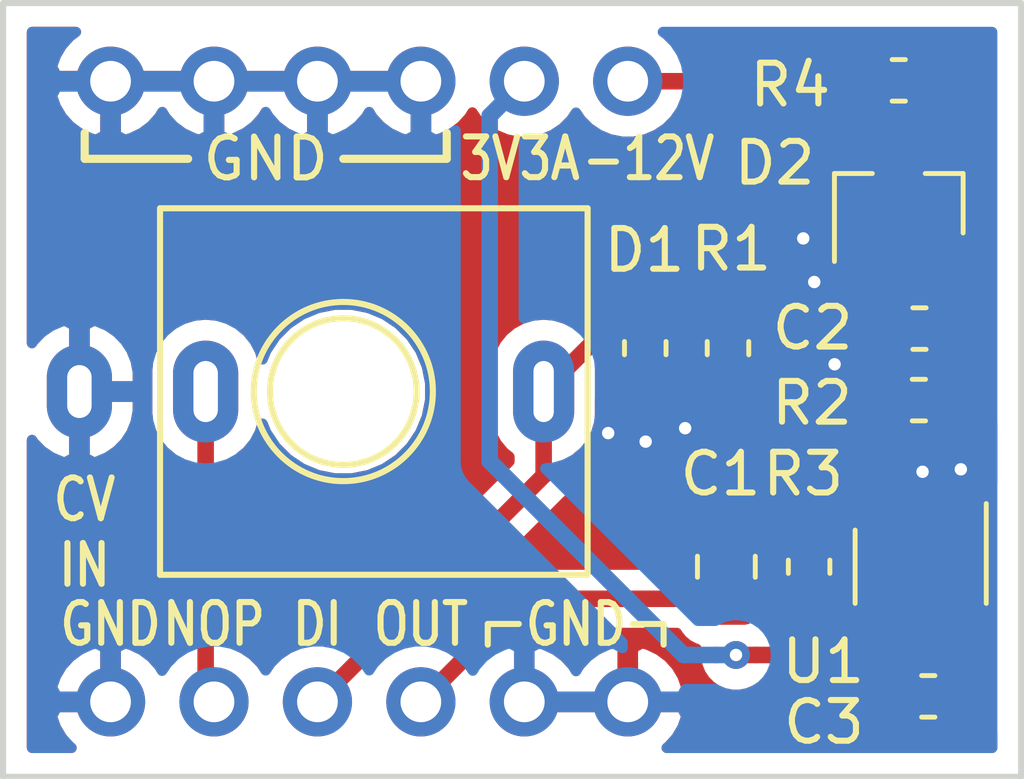
<source format=kicad_pcb>
(kicad_pcb (version 20171130) (host pcbnew "(5.1.9-0-10_14)")

  (general
    (thickness 1.6)
    (drawings 21)
    (tracks 53)
    (zones 0)
    (modules 13)
    (nets 9)
  )

  (page A4)
  (layers
    (0 F.Cu signal)
    (31 B.Cu signal)
    (32 B.Adhes user)
    (33 F.Adhes user)
    (34 B.Paste user)
    (35 F.Paste user)
    (36 B.SilkS user)
    (37 F.SilkS user)
    (38 B.Mask user)
    (39 F.Mask user)
    (40 Dwgs.User user)
    (41 Cmts.User user)
    (42 Eco1.User user)
    (43 Eco2.User user)
    (44 Edge.Cuts user)
    (45 Margin user)
    (46 B.CrtYd user hide)
    (47 F.CrtYd user hide)
    (48 B.Fab user hide)
    (49 F.Fab user hide)
  )

  (setup
    (last_trace_width 0.1524)
    (user_trace_width 0.1524)
    (user_trace_width 0.254)
    (user_trace_width 0.4064)
    (user_trace_width 0.635)
    (trace_clearance 0.1524)
    (zone_clearance 0.508)
    (zone_45_only no)
    (trace_min 0.1524)
    (via_size 0.6858)
    (via_drill 0.3048)
    (via_min_size 0.6858)
    (via_min_drill 0.3048)
    (uvia_size 0.3048)
    (uvia_drill 0.1524)
    (uvias_allowed no)
    (uvia_min_size 0.2)
    (uvia_min_drill 0.1)
    (edge_width 0.15)
    (segment_width 0.15)
    (pcb_text_width 0.3)
    (pcb_text_size 1.5 1.5)
    (mod_edge_width 0.15)
    (mod_text_size 1 1)
    (mod_text_width 0.15)
    (pad_size 1.524 1.524)
    (pad_drill 0.762)
    (pad_to_mask_clearance 0.07)
    (solder_mask_min_width 0.07)
    (aux_axis_origin 0 0)
    (visible_elements FFFFFF7F)
    (pcbplotparams
      (layerselection 0x010fc_ffffffff)
      (usegerberextensions false)
      (usegerberattributes false)
      (usegerberadvancedattributes false)
      (creategerberjobfile false)
      (excludeedgelayer true)
      (linewidth 0.100000)
      (plotframeref false)
      (viasonmask false)
      (mode 1)
      (useauxorigin false)
      (hpglpennumber 1)
      (hpglpenspeed 20)
      (hpglpendiameter 15.000000)
      (psnegative false)
      (psa4output false)
      (plotreference true)
      (plotvalue true)
      (plotinvisibletext false)
      (padsonsilk false)
      (subtractmaskfromsilk false)
      (outputformat 1)
      (mirror false)
      (drillshape 1)
      (scaleselection 1)
      (outputdirectory ""))
  )

  (net 0 "")
  (net 1 GND)
  (net 2 "Net-(C1-Pad2)")
  (net 3 -12V)
  (net 4 VREF-10)
  (net 5 NOP)
  (net 6 +3V3)
  (net 7 OUT)
  (net 8 DI)

  (net_class Default "This is the default net class."
    (clearance 0.1524)
    (trace_width 0.1524)
    (via_dia 0.6858)
    (via_drill 0.3048)
    (uvia_dia 0.3048)
    (uvia_drill 0.1524)
    (diff_pair_width 0.1524)
    (diff_pair_gap 0.1524)
    (add_net +3V3)
    (add_net -12V)
    (add_net DI)
    (add_net GND)
    (add_net NOP)
    (add_net "Net-(C1-Pad2)")
    (add_net OUT)
    (add_net VREF-10)
  )

  (module Connector_PinHeader_2.54mm:PinHeader_1x06_P2.54mm_Vertical (layer B.Cu) (tedit 5FC942ED) (tstamp 5FCA2D88)
    (at 116.34 73.16 90)
    (descr "Through hole straight pin header, 1x06, 2.54mm pitch, single row")
    (tags "Through hole pin header THT 1x06 2.54mm single row")
    (path /5FC933AD)
    (fp_text reference J2 (at 0 2.33 90) (layer B.SilkS) hide
      (effects (font (size 1 1) (thickness 0.15)) (justify mirror))
    )
    (fp_text value OUT (at 0 -15.03 90) (layer B.Fab)
      (effects (font (size 1 1) (thickness 0.15)) (justify mirror))
    )
    (fp_line (start 1.8 1.8) (end -1.8 1.8) (layer B.CrtYd) (width 0.05))
    (fp_line (start 1.8 -14.5) (end 1.8 1.8) (layer B.CrtYd) (width 0.05))
    (fp_line (start -1.8 -14.5) (end 1.8 -14.5) (layer B.CrtYd) (width 0.05))
    (fp_line (start -1.8 1.8) (end -1.8 -14.5) (layer B.CrtYd) (width 0.05))
    (fp_line (start -1.27 0.635) (end -0.635 1.27) (layer B.Fab) (width 0.1))
    (fp_line (start -1.27 -13.97) (end -1.27 0.635) (layer B.Fab) (width 0.1))
    (fp_line (start 1.27 -13.97) (end -1.27 -13.97) (layer B.Fab) (width 0.1))
    (fp_line (start 1.27 1.27) (end 1.27 -13.97) (layer B.Fab) (width 0.1))
    (fp_line (start -0.635 1.27) (end 1.27 1.27) (layer B.Fab) (width 0.1))
    (fp_text user %R (at 0 -6.35) (layer B.Fab)
      (effects (font (size 1 1) (thickness 0.15)) (justify mirror))
    )
    (pad 1 thru_hole oval (at 0 0 90) (size 1.7 1.7) (drill 1) (layers *.Cu *.Mask)
      (net 1 GND))
    (pad 2 thru_hole oval (at 0 -2.54 90) (size 1.7 1.7) (drill 1) (layers *.Cu *.Mask)
      (net 1 GND))
    (pad 3 thru_hole oval (at 0 -5.08 90) (size 1.7 1.7) (drill 1) (layers *.Cu *.Mask)
      (net 7 OUT))
    (pad 4 thru_hole oval (at 0 -7.62 90) (size 1.7 1.7) (drill 1) (layers *.Cu *.Mask)
      (net 8 DI))
    (pad 5 thru_hole oval (at 0 -10.16 90) (size 1.7 1.7) (drill 1) (layers *.Cu *.Mask)
      (net 5 NOP))
    (pad 6 thru_hole oval (at 0 -12.7 90) (size 1.7 1.7) (drill 1) (layers *.Cu *.Mask)
      (net 1 GND))
    (model ${KISYS3DMOD}/Connector_PinHeader_2.54mm.3dshapes/PinHeader_1x06_P2.54mm_Vertical.wrl
      (at (xyz 0 0 0))
      (scale (xyz 1 1 1))
      (rotate (xyz 0 0 0))
    )
  )

  (module Connector_PinHeader_2.54mm:PinHeader_1x06_P2.54mm_Vertical (layer B.Cu) (tedit 5FC942C9) (tstamp 5FCA2C6E)
    (at 103.64 57.92 270)
    (descr "Through hole straight pin header, 1x06, 2.54mm pitch, single row")
    (tags "Through hole pin header THT 1x06 2.54mm single row")
    (path /5FCA991E)
    (fp_text reference J3 (at 0 2.33 270) (layer B.SilkS) hide
      (effects (font (size 1 1) (thickness 0.15)) (justify mirror))
    )
    (fp_text value POWER (at 0 -15.03 270) (layer B.Fab)
      (effects (font (size 1 1) (thickness 0.15)) (justify mirror))
    )
    (fp_line (start -0.635 1.27) (end 1.27 1.27) (layer B.Fab) (width 0.1))
    (fp_line (start 1.27 1.27) (end 1.27 -13.97) (layer B.Fab) (width 0.1))
    (fp_line (start 1.27 -13.97) (end -1.27 -13.97) (layer B.Fab) (width 0.1))
    (fp_line (start -1.27 -13.97) (end -1.27 0.635) (layer B.Fab) (width 0.1))
    (fp_line (start -1.27 0.635) (end -0.635 1.27) (layer B.Fab) (width 0.1))
    (fp_line (start -1.8 1.8) (end -1.8 -14.5) (layer B.CrtYd) (width 0.05))
    (fp_line (start -1.8 -14.5) (end 1.8 -14.5) (layer B.CrtYd) (width 0.05))
    (fp_line (start 1.8 -14.5) (end 1.8 1.8) (layer B.CrtYd) (width 0.05))
    (fp_line (start 1.8 1.8) (end -1.8 1.8) (layer B.CrtYd) (width 0.05))
    (fp_text user %R (at 0 -6.35 180) (layer B.Fab)
      (effects (font (size 1 1) (thickness 0.15)) (justify mirror))
    )
    (pad 6 thru_hole oval (at 0 -12.7 270) (size 1.7 1.7) (drill 1) (layers *.Cu *.Mask)
      (net 3 -12V))
    (pad 5 thru_hole oval (at 0 -10.16 270) (size 1.7 1.7) (drill 1) (layers *.Cu *.Mask)
      (net 6 +3V3))
    (pad 4 thru_hole oval (at 0 -7.62 270) (size 1.7 1.7) (drill 1) (layers *.Cu *.Mask)
      (net 1 GND))
    (pad 3 thru_hole oval (at 0 -5.08 270) (size 1.7 1.7) (drill 1) (layers *.Cu *.Mask)
      (net 1 GND))
    (pad 2 thru_hole oval (at 0 -2.54 270) (size 1.7 1.7) (drill 1) (layers *.Cu *.Mask)
      (net 1 GND))
    (pad 1 thru_hole oval (at 0 0 270) (size 1.7 1.7) (drill 1) (layers *.Cu *.Mask)
      (net 1 GND))
    (model ${KISYS3DMOD}/Connector_PinHeader_2.54mm.3dshapes/PinHeader_1x06_P2.54mm_Vertical.wrl
      (at (xyz 0 0 0))
      (scale (xyz 1 1 1))
      (rotate (xyz 0 0 0))
    )
  )

  (module Connector_Thonk:ThonkiconnJack (layer F.Cu) (tedit 5FC94102) (tstamp 5FCA18D8)
    (at 109.355 65.54 270)
    (path /5FC82E98)
    (fp_text reference J1 (at 0 -7.5 270) (layer F.SilkS) hide
      (effects (font (size 1 1) (thickness 0.15)))
    )
    (fp_text value IN (at 0 9.3 270) (layer F.Fab)
      (effects (font (size 1 1) (thickness 0.15)))
    )
    (fp_circle (center 0 0) (end 1.8 0) (layer F.SilkS) (width 0.15))
    (fp_line (start -4.5 -6) (end 4.5 -6) (layer F.SilkS) (width 0.15))
    (fp_line (start -4.5 -6) (end -4.5 4.5) (layer F.SilkS) (width 0.15))
    (fp_line (start 4.5 -6) (end 4.5 4.5) (layer F.SilkS) (width 0.15))
    (fp_line (start -4.5 4.5) (end 4.5 4.5) (layer F.SilkS) (width 0.15))
    (fp_circle (center 0 0) (end 2.2 0) (layer F.SilkS) (width 0.15))
    (pad S thru_hole oval (at 0 6.48 270) (size 2.3 1.6) (drill oval 1.3 0.6) (layers *.Cu *.Mask)
      (net 1 GND))
    (pad TN thru_hole oval (at 0 3.38 270) (size 2.5 1.6) (drill oval 1.5 0.6) (layers *.Cu *.Mask)
      (net 5 NOP))
    (pad T thru_hole oval (at 0 -4.92 270) (size 2.5 1.5) (drill oval 1.5 0.5) (layers *.Cu *.Mask)
      (net 8 DI))
    (pad "" np_thru_hole circle (at 0 0 270) (size 3 3) (drill 3) (layers *.Cu *.Mask))
  )

  (module Resistor_SMD:R_0603_1608Metric (layer F.Cu) (tedit 5B301BBD) (tstamp 5FCA24C7)
    (at 118.802 64.474 90)
    (descr "Resistor SMD 0603 (1608 Metric), square (rectangular) end terminal, IPC_7351 nominal, (Body size source: http://www.tortai-tech.com/upload/download/2011102023233369053.pdf), generated with kicad-footprint-generator")
    (tags resistor)
    (path /5FC92D66)
    (attr smd)
    (fp_text reference R1 (at 2.434 0.078 180) (layer F.SilkS)
      (effects (font (size 1 1) (thickness 0.15)))
    )
    (fp_text value 100k (at 0 1.43 90) (layer F.Fab)
      (effects (font (size 1 1) (thickness 0.15)))
    )
    (fp_line (start 1.48 0.73) (end -1.48 0.73) (layer F.CrtYd) (width 0.05))
    (fp_line (start 1.48 -0.73) (end 1.48 0.73) (layer F.CrtYd) (width 0.05))
    (fp_line (start -1.48 -0.73) (end 1.48 -0.73) (layer F.CrtYd) (width 0.05))
    (fp_line (start -1.48 0.73) (end -1.48 -0.73) (layer F.CrtYd) (width 0.05))
    (fp_line (start -0.162779 0.51) (end 0.162779 0.51) (layer F.SilkS) (width 0.12))
    (fp_line (start -0.162779 -0.51) (end 0.162779 -0.51) (layer F.SilkS) (width 0.12))
    (fp_line (start 0.8 0.4) (end -0.8 0.4) (layer F.Fab) (width 0.1))
    (fp_line (start 0.8 -0.4) (end 0.8 0.4) (layer F.Fab) (width 0.1))
    (fp_line (start -0.8 -0.4) (end 0.8 -0.4) (layer F.Fab) (width 0.1))
    (fp_line (start -0.8 0.4) (end -0.8 -0.4) (layer F.Fab) (width 0.1))
    (fp_text user %R (at 0 0 90) (layer F.Fab)
      (effects (font (size 0.4 0.4) (thickness 0.06)))
    )
    (pad 1 smd roundrect (at -0.7875 0 90) (size 0.875 0.95) (layers F.Cu F.Paste F.Mask) (roundrect_rratio 0.25)
      (net 2 "Net-(C1-Pad2)"))
    (pad 2 smd roundrect (at 0.7875 0 90) (size 0.875 0.95) (layers F.Cu F.Paste F.Mask) (roundrect_rratio 0.25)
      (net 8 DI))
    (model ${KISYS3DMOD}/Resistor_SMD.3dshapes/R_0603_1608Metric.wrl
      (at (xyz 0 0 0))
      (scale (xyz 1 1 1))
      (rotate (xyz 0 0 0))
    )
  )

  (module Resistor_SMD:R_0603_1608Metric (layer F.Cu) (tedit 5B301BBD) (tstamp 5FCB06A8)
    (at 123.49 65.75)
    (descr "Resistor SMD 0603 (1608 Metric), square (rectangular) end terminal, IPC_7351 nominal, (Body size source: http://www.tortai-tech.com/upload/download/2011102023233369053.pdf), generated with kicad-footprint-generator")
    (tags resistor)
    (path /5FCABCF0)
    (attr smd)
    (fp_text reference R2 (at -2.624 0.074) (layer F.SilkS)
      (effects (font (size 1 1) (thickness 0.15)))
    )
    (fp_text value 120k (at 0 1.43) (layer F.Fab)
      (effects (font (size 1 1) (thickness 0.15)))
    )
    (fp_line (start -0.8 0.4) (end -0.8 -0.4) (layer F.Fab) (width 0.1))
    (fp_line (start -0.8 -0.4) (end 0.8 -0.4) (layer F.Fab) (width 0.1))
    (fp_line (start 0.8 -0.4) (end 0.8 0.4) (layer F.Fab) (width 0.1))
    (fp_line (start 0.8 0.4) (end -0.8 0.4) (layer F.Fab) (width 0.1))
    (fp_line (start -0.162779 -0.51) (end 0.162779 -0.51) (layer F.SilkS) (width 0.12))
    (fp_line (start -0.162779 0.51) (end 0.162779 0.51) (layer F.SilkS) (width 0.12))
    (fp_line (start -1.48 0.73) (end -1.48 -0.73) (layer F.CrtYd) (width 0.05))
    (fp_line (start -1.48 -0.73) (end 1.48 -0.73) (layer F.CrtYd) (width 0.05))
    (fp_line (start 1.48 -0.73) (end 1.48 0.73) (layer F.CrtYd) (width 0.05))
    (fp_line (start 1.48 0.73) (end -1.48 0.73) (layer F.CrtYd) (width 0.05))
    (fp_text user %R (at 0 0) (layer F.Fab)
      (effects (font (size 0.4 0.4) (thickness 0.06)))
    )
    (pad 2 smd roundrect (at 0.7875 0) (size 0.875 0.95) (layers F.Cu F.Paste F.Mask) (roundrect_rratio 0.25)
      (net 4 VREF-10))
    (pad 1 smd roundrect (at -0.7875 0) (size 0.875 0.95) (layers F.Cu F.Paste F.Mask) (roundrect_rratio 0.25)
      (net 2 "Net-(C1-Pad2)"))
    (model ${KISYS3DMOD}/Resistor_SMD.3dshapes/R_0603_1608Metric.wrl
      (at (xyz 0 0 0))
      (scale (xyz 1 1 1))
      (rotate (xyz 0 0 0))
    )
  )

  (module Resistor_SMD:R_0603_1608Metric (layer F.Cu) (tedit 5B301BBD) (tstamp 5FCB0DBA)
    (at 120.794 69.842 90)
    (descr "Resistor SMD 0603 (1608 Metric), square (rectangular) end terminal, IPC_7351 nominal, (Body size source: http://www.tortai-tech.com/upload/download/2011102023233369053.pdf), generated with kicad-footprint-generator")
    (tags resistor)
    (path /5FCA6E46)
    (attr smd)
    (fp_text reference R3 (at 2.278 -0.144 180) (layer F.SilkS)
      (effects (font (size 1 1) (thickness 0.15)))
    )
    (fp_text value 20k (at 0 1.43 90) (layer F.Fab)
      (effects (font (size 1 1) (thickness 0.15)))
    )
    (fp_line (start 1.48 0.73) (end -1.48 0.73) (layer F.CrtYd) (width 0.05))
    (fp_line (start 1.48 -0.73) (end 1.48 0.73) (layer F.CrtYd) (width 0.05))
    (fp_line (start -1.48 -0.73) (end 1.48 -0.73) (layer F.CrtYd) (width 0.05))
    (fp_line (start -1.48 0.73) (end -1.48 -0.73) (layer F.CrtYd) (width 0.05))
    (fp_line (start -0.162779 0.51) (end 0.162779 0.51) (layer F.SilkS) (width 0.12))
    (fp_line (start -0.162779 -0.51) (end 0.162779 -0.51) (layer F.SilkS) (width 0.12))
    (fp_line (start 0.8 0.4) (end -0.8 0.4) (layer F.Fab) (width 0.1))
    (fp_line (start 0.8 -0.4) (end 0.8 0.4) (layer F.Fab) (width 0.1))
    (fp_line (start -0.8 -0.4) (end 0.8 -0.4) (layer F.Fab) (width 0.1))
    (fp_line (start -0.8 0.4) (end -0.8 -0.4) (layer F.Fab) (width 0.1))
    (fp_text user %R (at 0 0 90) (layer F.Fab)
      (effects (font (size 0.4 0.4) (thickness 0.06)))
    )
    (pad 1 smd roundrect (at -0.7875 0 90) (size 0.875 0.95) (layers F.Cu F.Paste F.Mask) (roundrect_rratio 0.25)
      (net 7 OUT))
    (pad 2 smd roundrect (at 0.7875 0 90) (size 0.875 0.95) (layers F.Cu F.Paste F.Mask) (roundrect_rratio 0.25)
      (net 2 "Net-(C1-Pad2)"))
    (model ${KISYS3DMOD}/Resistor_SMD.3dshapes/R_0603_1608Metric.wrl
      (at (xyz 0 0 0))
      (scale (xyz 1 1 1))
      (rotate (xyz 0 0 0))
    )
  )

  (module Resistor_SMD:R_0603_1608Metric (layer F.Cu) (tedit 5B301BBD) (tstamp 5FCA263B)
    (at 122.996 57.898 180)
    (descr "Resistor SMD 0603 (1608 Metric), square (rectangular) end terminal, IPC_7351 nominal, (Body size source: http://www.tortai-tech.com/upload/download/2011102023233369053.pdf), generated with kicad-footprint-generator")
    (tags resistor)
    (path /5FCAD1D2)
    (attr smd)
    (fp_text reference R4 (at 2.666 -0.112 180) (layer F.SilkS)
      (effects (font (size 1 1) (thickness 0.15)))
    )
    (fp_text value 4.99k (at 0 1.43 180) (layer F.Fab)
      (effects (font (size 1 1) (thickness 0.15)))
    )
    (fp_line (start -0.8 0.4) (end -0.8 -0.4) (layer F.Fab) (width 0.1))
    (fp_line (start -0.8 -0.4) (end 0.8 -0.4) (layer F.Fab) (width 0.1))
    (fp_line (start 0.8 -0.4) (end 0.8 0.4) (layer F.Fab) (width 0.1))
    (fp_line (start 0.8 0.4) (end -0.8 0.4) (layer F.Fab) (width 0.1))
    (fp_line (start -0.162779 -0.51) (end 0.162779 -0.51) (layer F.SilkS) (width 0.12))
    (fp_line (start -0.162779 0.51) (end 0.162779 0.51) (layer F.SilkS) (width 0.12))
    (fp_line (start -1.48 0.73) (end -1.48 -0.73) (layer F.CrtYd) (width 0.05))
    (fp_line (start -1.48 -0.73) (end 1.48 -0.73) (layer F.CrtYd) (width 0.05))
    (fp_line (start 1.48 -0.73) (end 1.48 0.73) (layer F.CrtYd) (width 0.05))
    (fp_line (start 1.48 0.73) (end -1.48 0.73) (layer F.CrtYd) (width 0.05))
    (fp_text user %R (at 0 0 180) (layer F.Fab)
      (effects (font (size 0.4 0.4) (thickness 0.06)))
    )
    (pad 2 smd roundrect (at 0.7875 0 180) (size 0.875 0.95) (layers F.Cu F.Paste F.Mask) (roundrect_rratio 0.25)
      (net 3 -12V))
    (pad 1 smd roundrect (at -0.7875 0 180) (size 0.875 0.95) (layers F.Cu F.Paste F.Mask) (roundrect_rratio 0.25)
      (net 4 VREF-10))
    (model ${KISYS3DMOD}/Resistor_SMD.3dshapes/R_0603_1608Metric.wrl
      (at (xyz 0 0 0))
      (scale (xyz 1 1 1))
      (rotate (xyz 0 0 0))
    )
  )

  (module Resistor_SMD:R_0603_1608Metric (layer F.Cu) (tedit 5B301BBD) (tstamp 5FCB054F)
    (at 116.77 64.474 270)
    (descr "Resistor SMD 0603 (1608 Metric), square (rectangular) end terminal, IPC_7351 nominal, (Body size source: http://www.tortai-tech.com/upload/download/2011102023233369053.pdf), generated with kicad-footprint-generator")
    (tags resistor)
    (path /5FCAD855)
    (attr smd)
    (fp_text reference D1 (at -2.404 0.02) (layer F.SilkS)
      (effects (font (size 1 1) (thickness 0.15)))
    )
    (fp_text value D_TVS (at 0 1.43 270) (layer F.Fab)
      (effects (font (size 1 1) (thickness 0.15)))
    )
    (fp_line (start 1.48 0.73) (end -1.48 0.73) (layer F.CrtYd) (width 0.05))
    (fp_line (start 1.48 -0.73) (end 1.48 0.73) (layer F.CrtYd) (width 0.05))
    (fp_line (start -1.48 -0.73) (end 1.48 -0.73) (layer F.CrtYd) (width 0.05))
    (fp_line (start -1.48 0.73) (end -1.48 -0.73) (layer F.CrtYd) (width 0.05))
    (fp_line (start -0.162779 0.51) (end 0.162779 0.51) (layer F.SilkS) (width 0.12))
    (fp_line (start -0.162779 -0.51) (end 0.162779 -0.51) (layer F.SilkS) (width 0.12))
    (fp_line (start 0.8 0.4) (end -0.8 0.4) (layer F.Fab) (width 0.1))
    (fp_line (start 0.8 -0.4) (end 0.8 0.4) (layer F.Fab) (width 0.1))
    (fp_line (start -0.8 -0.4) (end 0.8 -0.4) (layer F.Fab) (width 0.1))
    (fp_line (start -0.8 0.4) (end -0.8 -0.4) (layer F.Fab) (width 0.1))
    (fp_text user %R (at 0 0 270) (layer F.Fab)
      (effects (font (size 0.4 0.4) (thickness 0.06)))
    )
    (pad 1 smd roundrect (at -0.7875 0 270) (size 0.875 0.95) (layers F.Cu F.Paste F.Mask) (roundrect_rratio 0.25)
      (net 8 DI))
    (pad 2 smd roundrect (at 0.7875 0 270) (size 0.875 0.95) (layers F.Cu F.Paste F.Mask) (roundrect_rratio 0.25)
      (net 1 GND))
    (model ${KISYS3DMOD}/Resistor_SMD.3dshapes/R_0603_1608Metric.wrl
      (at (xyz 0 0 0))
      (scale (xyz 1 1 1))
      (rotate (xyz 0 0 0))
    )
  )

  (module Package_TO_SOT_SMD:SOT-23 (layer F.Cu) (tedit 5A02FF57) (tstamp 5FCB0564)
    (at 122.996 60.946 90)
    (descr "SOT-23, Standard")
    (tags SOT-23)
    (path /5FCAD41B)
    (attr smd)
    (fp_text reference D2 (at 1.016 -3.048 180) (layer F.SilkS)
      (effects (font (size 1 1) (thickness 0.15)))
    )
    (fp_text value LM4040DBZ-10 (at 0 2.5 90) (layer F.Fab)
      (effects (font (size 1 1) (thickness 0.15)))
    )
    (fp_line (start 0.76 1.58) (end -0.7 1.58) (layer F.SilkS) (width 0.12))
    (fp_line (start 0.76 -1.58) (end -1.4 -1.58) (layer F.SilkS) (width 0.12))
    (fp_line (start -1.7 1.75) (end -1.7 -1.75) (layer F.CrtYd) (width 0.05))
    (fp_line (start 1.7 1.75) (end -1.7 1.75) (layer F.CrtYd) (width 0.05))
    (fp_line (start 1.7 -1.75) (end 1.7 1.75) (layer F.CrtYd) (width 0.05))
    (fp_line (start -1.7 -1.75) (end 1.7 -1.75) (layer F.CrtYd) (width 0.05))
    (fp_line (start 0.76 -1.58) (end 0.76 -0.65) (layer F.SilkS) (width 0.12))
    (fp_line (start 0.76 1.58) (end 0.76 0.65) (layer F.SilkS) (width 0.12))
    (fp_line (start -0.7 1.52) (end 0.7 1.52) (layer F.Fab) (width 0.1))
    (fp_line (start 0.7 -1.52) (end 0.7 1.52) (layer F.Fab) (width 0.1))
    (fp_line (start -0.7 -0.95) (end -0.15 -1.52) (layer F.Fab) (width 0.1))
    (fp_line (start -0.15 -1.52) (end 0.7 -1.52) (layer F.Fab) (width 0.1))
    (fp_line (start -0.7 -0.95) (end -0.7 1.5) (layer F.Fab) (width 0.1))
    (fp_text user %R (at 0 0 180) (layer F.Fab)
      (effects (font (size 0.5 0.5) (thickness 0.075)))
    )
    (pad 1 smd rect (at -1 -0.95 90) (size 0.9 0.8) (layers F.Cu F.Paste F.Mask)
      (net 1 GND))
    (pad 2 smd rect (at -1 0.95 90) (size 0.9 0.8) (layers F.Cu F.Paste F.Mask)
      (net 4 VREF-10))
    (pad 3 smd rect (at 1 0 90) (size 0.9 0.8) (layers F.Cu F.Paste F.Mask))
    (model ${KISYS3DMOD}/Package_TO_SOT_SMD.3dshapes/SOT-23.wrl
      (at (xyz 0 0 0))
      (scale (xyz 1 1 1))
      (rotate (xyz 0 0 0))
    )
  )

  (module Package_TO_SOT_SMD:SOT-23-5 (layer F.Cu) (tedit 5A02FF57) (tstamp 5FCB0D52)
    (at 123.534 69.842 270)
    (descr "5-pin SOT23 package")
    (tags SOT-23-5)
    (path /5FCAD503)
    (attr smd)
    (fp_text reference U1 (at 2.328 2.394) (layer F.SilkS)
      (effects (font (size 1 1) (thickness 0.15)))
    )
    (fp_text value MCP6001U (at 0 2.9 270) (layer F.Fab)
      (effects (font (size 1 1) (thickness 0.15)))
    )
    (fp_line (start 0.9 -1.55) (end 0.9 1.55) (layer F.Fab) (width 0.1))
    (fp_line (start 0.9 1.55) (end -0.9 1.55) (layer F.Fab) (width 0.1))
    (fp_line (start -0.9 -0.9) (end -0.9 1.55) (layer F.Fab) (width 0.1))
    (fp_line (start 0.9 -1.55) (end -0.25 -1.55) (layer F.Fab) (width 0.1))
    (fp_line (start -0.9 -0.9) (end -0.25 -1.55) (layer F.Fab) (width 0.1))
    (fp_line (start -1.9 1.8) (end -1.9 -1.8) (layer F.CrtYd) (width 0.05))
    (fp_line (start 1.9 1.8) (end -1.9 1.8) (layer F.CrtYd) (width 0.05))
    (fp_line (start 1.9 -1.8) (end 1.9 1.8) (layer F.CrtYd) (width 0.05))
    (fp_line (start -1.9 -1.8) (end 1.9 -1.8) (layer F.CrtYd) (width 0.05))
    (fp_line (start 0.9 -1.61) (end -1.55 -1.61) (layer F.SilkS) (width 0.12))
    (fp_line (start -0.9 1.61) (end 0.9 1.61) (layer F.SilkS) (width 0.12))
    (fp_text user %R (at 0 0) (layer F.Fab)
      (effects (font (size 0.5 0.5) (thickness 0.075)))
    )
    (pad 1 smd rect (at -1.1 -0.95 270) (size 1.06 0.65) (layers F.Cu F.Paste F.Mask)
      (net 1 GND))
    (pad 2 smd rect (at -1.1 0 270) (size 1.06 0.65) (layers F.Cu F.Paste F.Mask)
      (net 1 GND))
    (pad 3 smd rect (at -1.1 0.95 270) (size 1.06 0.65) (layers F.Cu F.Paste F.Mask)
      (net 2 "Net-(C1-Pad2)"))
    (pad 4 smd rect (at 1.1 0.95 270) (size 1.06 0.65) (layers F.Cu F.Paste F.Mask)
      (net 7 OUT))
    (pad 5 smd rect (at 1.1 -0.95 270) (size 1.06 0.65) (layers F.Cu F.Paste F.Mask)
      (net 6 +3V3))
    (model ${KISYS3DMOD}/Package_TO_SOT_SMD.3dshapes/SOT-23-5.wrl
      (at (xyz 0 0 0))
      (scale (xyz 1 1 1))
      (rotate (xyz 0 0 0))
    )
  )

  (module Capacitor_SMD:C_0603_1608Metric (layer F.Cu) (tedit 5B301BBE) (tstamp 5FCB1DE6)
    (at 123.504 63.994)
    (descr "Capacitor SMD 0603 (1608 Metric), square (rectangular) end terminal, IPC_7351 nominal, (Body size source: http://www.tortai-tech.com/upload/download/2011102023233369053.pdf), generated with kicad-footprint-generator")
    (tags capacitor)
    (path /5FCAD62F)
    (attr smd)
    (fp_text reference C2 (at -2.624 -0.014) (layer F.SilkS)
      (effects (font (size 1 1) (thickness 0.15)))
    )
    (fp_text value 1u (at 0 1.43) (layer F.Fab)
      (effects (font (size 1 1) (thickness 0.15)))
    )
    (fp_line (start 1.48 0.73) (end -1.48 0.73) (layer F.CrtYd) (width 0.05))
    (fp_line (start 1.48 -0.73) (end 1.48 0.73) (layer F.CrtYd) (width 0.05))
    (fp_line (start -1.48 -0.73) (end 1.48 -0.73) (layer F.CrtYd) (width 0.05))
    (fp_line (start -1.48 0.73) (end -1.48 -0.73) (layer F.CrtYd) (width 0.05))
    (fp_line (start -0.162779 0.51) (end 0.162779 0.51) (layer F.SilkS) (width 0.12))
    (fp_line (start -0.162779 -0.51) (end 0.162779 -0.51) (layer F.SilkS) (width 0.12))
    (fp_line (start 0.8 0.4) (end -0.8 0.4) (layer F.Fab) (width 0.1))
    (fp_line (start 0.8 -0.4) (end 0.8 0.4) (layer F.Fab) (width 0.1))
    (fp_line (start -0.8 -0.4) (end 0.8 -0.4) (layer F.Fab) (width 0.1))
    (fp_line (start -0.8 0.4) (end -0.8 -0.4) (layer F.Fab) (width 0.1))
    (fp_text user %R (at 0 0) (layer F.Fab)
      (effects (font (size 0.4 0.4) (thickness 0.06)))
    )
    (pad 1 smd roundrect (at -0.7875 0) (size 0.875 0.95) (layers F.Cu F.Paste F.Mask) (roundrect_rratio 0.25)
      (net 1 GND))
    (pad 2 smd roundrect (at 0.7875 0) (size 0.875 0.95) (layers F.Cu F.Paste F.Mask) (roundrect_rratio 0.25)
      (net 4 VREF-10))
    (model ${KISYS3DMOD}/Capacitor_SMD.3dshapes/C_0603_1608Metric.wrl
      (at (xyz 0 0 0))
      (scale (xyz 1 1 1))
      (rotate (xyz 0 0 0))
    )
  )

  (module Capacitor_SMD:C_0603_1608Metric (layer F.Cu) (tedit 5B301BBE) (tstamp 5FCE3469)
    (at 123.72 73.025)
    (descr "Capacitor SMD 0603 (1608 Metric), square (rectangular) end terminal, IPC_7351 nominal, (Body size source: http://www.tortai-tech.com/upload/download/2011102023233369053.pdf), generated with kicad-footprint-generator")
    (tags capacitor)
    (path /5FCE3B02)
    (attr smd)
    (fp_text reference C3 (at -2.562 0.635) (layer F.SilkS)
      (effects (font (size 1 1) (thickness 0.15)))
    )
    (fp_text value 100n (at 0 1.43) (layer F.Fab)
      (effects (font (size 1 1) (thickness 0.15)))
    )
    (fp_line (start 1.48 0.73) (end -1.48 0.73) (layer F.CrtYd) (width 0.05))
    (fp_line (start 1.48 -0.73) (end 1.48 0.73) (layer F.CrtYd) (width 0.05))
    (fp_line (start -1.48 -0.73) (end 1.48 -0.73) (layer F.CrtYd) (width 0.05))
    (fp_line (start -1.48 0.73) (end -1.48 -0.73) (layer F.CrtYd) (width 0.05))
    (fp_line (start -0.162779 0.51) (end 0.162779 0.51) (layer F.SilkS) (width 0.12))
    (fp_line (start -0.162779 -0.51) (end 0.162779 -0.51) (layer F.SilkS) (width 0.12))
    (fp_line (start 0.8 0.4) (end -0.8 0.4) (layer F.Fab) (width 0.1))
    (fp_line (start 0.8 -0.4) (end 0.8 0.4) (layer F.Fab) (width 0.1))
    (fp_line (start -0.8 -0.4) (end 0.8 -0.4) (layer F.Fab) (width 0.1))
    (fp_line (start -0.8 0.4) (end -0.8 -0.4) (layer F.Fab) (width 0.1))
    (fp_text user %R (at 0 0) (layer F.Fab)
      (effects (font (size 0.4 0.4) (thickness 0.06)))
    )
    (pad 1 smd roundrect (at -0.7875 0) (size 0.875 0.95) (layers F.Cu F.Paste F.Mask) (roundrect_rratio 0.25)
      (net 1 GND))
    (pad 2 smd roundrect (at 0.7875 0) (size 0.875 0.95) (layers F.Cu F.Paste F.Mask) (roundrect_rratio 0.25)
      (net 6 +3V3))
    (model ${KISYS3DMOD}/Capacitor_SMD.3dshapes/C_0603_1608Metric.wrl
      (at (xyz 0 0 0))
      (scale (xyz 1 1 1))
      (rotate (xyz 0 0 0))
    )
  )

  (module Capacitor_SMD:C_0805_2012Metric (layer F.Cu) (tedit 5B36C52B) (tstamp 5FF4CFF7)
    (at 118.762 69.842 90)
    (descr "Capacitor SMD 0805 (2012 Metric), square (rectangular) end terminal, IPC_7351 nominal, (Body size source: https://docs.google.com/spreadsheets/d/1BsfQQcO9C6DZCsRaXUlFlo91Tg2WpOkGARC1WS5S8t0/edit?usp=sharing), generated with kicad-footprint-generator")
    (tags capacitor)
    (path /5FC94BD6)
    (attr smd)
    (fp_text reference C1 (at 2.278 -0.144 180) (layer F.SilkS)
      (effects (font (size 1 1) (thickness 0.15)))
    )
    (fp_text value 33n (at 0 1.65 90) (layer F.Fab)
      (effects (font (size 1 1) (thickness 0.15)))
    )
    (fp_line (start 1.68 0.95) (end -1.68 0.95) (layer F.CrtYd) (width 0.05))
    (fp_line (start 1.68 -0.95) (end 1.68 0.95) (layer F.CrtYd) (width 0.05))
    (fp_line (start -1.68 -0.95) (end 1.68 -0.95) (layer F.CrtYd) (width 0.05))
    (fp_line (start -1.68 0.95) (end -1.68 -0.95) (layer F.CrtYd) (width 0.05))
    (fp_line (start -0.258578 0.71) (end 0.258578 0.71) (layer F.SilkS) (width 0.12))
    (fp_line (start -0.258578 -0.71) (end 0.258578 -0.71) (layer F.SilkS) (width 0.12))
    (fp_line (start 1 0.6) (end -1 0.6) (layer F.Fab) (width 0.1))
    (fp_line (start 1 -0.6) (end 1 0.6) (layer F.Fab) (width 0.1))
    (fp_line (start -1 -0.6) (end 1 -0.6) (layer F.Fab) (width 0.1))
    (fp_line (start -1 0.6) (end -1 -0.6) (layer F.Fab) (width 0.1))
    (fp_text user %R (at 0 0 90) (layer F.Fab)
      (effects (font (size 0.5 0.5) (thickness 0.08)))
    )
    (pad 1 smd roundrect (at -0.9375 0 90) (size 0.975 1.4) (layers F.Cu F.Paste F.Mask) (roundrect_rratio 0.25)
      (net 7 OUT))
    (pad 2 smd roundrect (at 0.9375 0 90) (size 0.975 1.4) (layers F.Cu F.Paste F.Mask) (roundrect_rratio 0.25)
      (net 2 "Net-(C1-Pad2)"))
    (model ${KISYS3DMOD}/Capacitor_SMD.3dshapes/C_0805_2012Metric.wrl
      (at (xyz 0 0 0))
      (scale (xyz 1 1 1))
      (rotate (xyz 0 0 0))
    )
  )

  (gr_line (start 117.221 71.247) (end 116.459 71.247) (layer F.SilkS) (width 0.15))
  (gr_line (start 117.221 71.247) (end 117.221 71.755) (layer F.SilkS) (width 0.15))
  (gr_line (start 112.903 71.247) (end 112.903 71.755) (layer F.SilkS) (width 0.15))
  (gr_line (start 113.665 71.247) (end 112.903 71.247) (layer F.SilkS) (width 0.15))
  (gr_text GND (at 103.64 71.255) (layer F.SilkS) (tstamp 5FF43B2C)
    (effects (font (size 1 0.8) (thickness 0.15)))
  )
  (gr_text NOP (at 106.18 71.255) (layer F.SilkS) (tstamp 5FF43B27)
    (effects (font (size 1 0.8) (thickness 0.15)))
  )
  (gr_text DI (at 108.72 71.255) (layer F.SilkS) (tstamp 5FF43B0F)
    (effects (font (size 1 0.8) (thickness 0.15)))
  )
  (gr_text OUT (at 111.26 71.255) (layer F.SilkS) (tstamp 5FCB0C91)
    (effects (font (size 1 0.8) (thickness 0.15)))
  )
  (gr_text -12V (at 116.85 59.82) (layer F.SilkS) (tstamp 5FCE3D40)
    (effects (font (size 1 0.8) (thickness 0.15)))
  )
  (gr_text "CV\nIN" (at 103 69) (layer F.SilkS) (tstamp 5FC9695F)
    (effects (font (size 1 0.8) (thickness 0.15)))
  )
  (gr_line (start 101 56) (end 101 75) (layer Edge.Cuts) (width 0.15))
  (gr_line (start 126 56) (end 101 56) (layer Edge.Cuts) (width 0.15))
  (gr_line (start 126 75) (end 126 56) (layer Edge.Cuts) (width 0.15))
  (gr_line (start 101 75) (end 126 75) (layer Edge.Cuts) (width 0.15))
  (gr_text GND (at 115.07 71.255) (layer F.SilkS) (tstamp 5FCA3192)
    (effects (font (size 1 0.8) (thickness 0.15)))
  )
  (gr_line (start 111.895 59.825) (end 111.895 59.19) (layer F.SilkS) (width 0.2))
  (gr_line (start 109.355 59.825) (end 111.895 59.825) (layer F.SilkS) (width 0.2))
  (gr_line (start 103.005 59.825) (end 105.545 59.825) (layer F.SilkS) (width 0.2))
  (gr_line (start 103.005 59.19) (end 103.005 59.825) (layer F.SilkS) (width 0.2))
  (gr_text GND (at 107.45 59.825) (layer F.SilkS) (tstamp 5FCA316C)
    (effects (font (size 1 1) (thickness 0.15)))
  )
  (gr_text 3V3A (at 113.7 59.82) (layer F.SilkS)
    (effects (font (size 1 0.8) (thickness 0.15)))
  )

  (via (at 120.92 62.85) (size 0.6858) (drill 0.3048) (layers F.Cu B.Cu) (net 1))
  (via (at 120.65 61.78) (size 0.6858) (drill 0.3048) (layers F.Cu B.Cu) (net 1))
  (via (at 124.52 67.45) (size 0.6858) (drill 0.3048) (layers F.Cu B.Cu) (net 1))
  (via (at 123.58 67.51) (size 0.6858) (drill 0.3048) (layers F.Cu B.Cu) (net 1))
  (segment (start 123.534 68.742) (end 124.484 68.742) (width 0.635) (layer F.Cu) (net 1))
  (segment (start 124.484 67.486) (end 124.52 67.45) (width 0.635) (layer F.Cu) (net 1))
  (segment (start 124.484 68.742) (end 124.484 67.486) (width 0.635) (layer F.Cu) (net 1))
  (segment (start 123.534 67.556) (end 123.58 67.51) (width 0.635) (layer F.Cu) (net 1))
  (segment (start 123.534 68.742) (end 123.534 67.556) (width 0.635) (layer F.Cu) (net 1))
  (via (at 121.42 64.87) (size 0.6858) (drill 0.3048) (layers F.Cu B.Cu) (net 1))
  (segment (start 116.34 73.16) (end 116.34 73.0515) (width 0.4064) (layer F.Cu) (net 1))
  (via (at 115.86 66.56) (size 0.6858) (drill 0.3048) (layers F.Cu B.Cu) (net 1))
  (via (at 117.75 66.44) (size 0.6858) (drill 0.3048) (layers F.Cu B.Cu) (net 1))
  (via (at 116.78 66.77) (size 0.6858) (drill 0.3048) (layers F.Cu B.Cu) (net 1))
  (segment (start 118.802 69.0145) (end 118.762 69.0545) (width 0.4064) (layer F.Cu) (net 2))
  (segment (start 118.802 65.2615) (end 118.802 69.0145) (width 0.4064) (layer F.Cu) (net 2))
  (segment (start 118.762 69.0545) (end 120.794 69.0545) (width 0.4064) (layer F.Cu) (net 2))
  (segment (start 122.2715 69.0545) (end 122.584 68.742) (width 0.4064) (layer F.Cu) (net 2))
  (segment (start 120.794 69.0545) (end 122.2715 69.0545) (width 0.4064) (layer F.Cu) (net 2))
  (segment (start 122.7025 68.6235) (end 122.584 68.742) (width 0.4064) (layer F.Cu) (net 2))
  (segment (start 122.7025 65.75) (end 122.7025 68.6235) (width 0.4064) (layer F.Cu) (net 2))
  (segment (start 122.1865 57.92) (end 122.2085 57.898) (width 0.4064) (layer F.Cu) (net 3))
  (segment (start 116.34 57.92) (end 122.1865 57.92) (width 0.4064) (layer F.Cu) (net 3))
  (segment (start 124.2915 62.2915) (end 123.946 61.946) (width 0.4064) (layer F.Cu) (net 4))
  (segment (start 124.2915 63.994) (end 124.2915 62.2915) (width 0.4064) (layer F.Cu) (net 4))
  (segment (start 123.946 58.0605) (end 123.7835 57.898) (width 0.4064) (layer F.Cu) (net 4))
  (segment (start 123.946 61.946) (end 123.946 58.0605) (width 0.4064) (layer F.Cu) (net 4))
  (segment (start 124.2915 65.736) (end 124.2775 65.75) (width 0.4064) (layer F.Cu) (net 4))
  (segment (start 124.2915 63.994) (end 124.2915 65.736) (width 0.4064) (layer F.Cu) (net 4))
  (segment (start 105.975 72.955) (end 106.18 73.16) (width 0.4064) (layer F.Cu) (net 5))
  (segment (start 105.975 65.54) (end 105.975 72.955) (width 0.4064) (layer F.Cu) (net 5))
  (segment (start 118.514067 72.009) (end 118.999 72.009) (width 0.4064) (layer B.Cu) (net 6))
  (segment (start 112.950001 67.250001) (end 117.709 72.009) (width 0.4064) (layer B.Cu) (net 6))
  (segment (start 113.8 57.92) (end 112.950001 58.769999) (width 0.4064) (layer B.Cu) (net 6))
  (segment (start 112.950001 58.769999) (end 112.950001 67.250001) (width 0.4064) (layer B.Cu) (net 6))
  (segment (start 117.709 72.009) (end 118.514067 72.009) (width 0.4064) (layer B.Cu) (net 6))
  (via (at 118.999 72.009) (size 0.6858) (drill 0.3048) (layers F.Cu B.Cu) (net 6))
  (segment (start 124.46 72.009) (end 119.483933 72.009) (width 0.4064) (layer F.Cu) (net 6))
  (segment (start 124.484 71.985) (end 124.46 72.009) (width 0.4064) (layer F.Cu) (net 6))
  (segment (start 119.483933 72.009) (end 118.999 72.009) (width 0.4064) (layer F.Cu) (net 6))
  (segment (start 124.484 70.942) (end 124.484 71.985) (width 0.4064) (layer F.Cu) (net 6))
  (segment (start 124.5075 72.0085) (end 124.5075 73.025) (width 0.4064) (layer F.Cu) (net 6))
  (segment (start 124.484 71.985) (end 124.5075 72.0085) (width 0.4064) (layer F.Cu) (net 6))
  (segment (start 118.762 70.6295) (end 120.794 70.6295) (width 0.4064) (layer F.Cu) (net 7))
  (segment (start 122.2715 70.6295) (end 122.584 70.942) (width 0.4064) (layer F.Cu) (net 7))
  (segment (start 120.794 70.6295) (end 122.2715 70.6295) (width 0.4064) (layer F.Cu) (net 7))
  (segment (start 113.7905 70.6295) (end 111.26 73.16) (width 0.4064) (layer F.Cu) (net 7))
  (segment (start 118.762 70.6295) (end 113.7905 70.6295) (width 0.4064) (layer F.Cu) (net 7))
  (segment (start 116.1285 63.6865) (end 114.275 65.54) (width 0.4064) (layer F.Cu) (net 8))
  (segment (start 116.77 63.6865) (end 116.1285 63.6865) (width 0.4064) (layer F.Cu) (net 8))
  (segment (start 118.802 63.6865) (end 116.77 63.6865) (width 0.4064) (layer F.Cu) (net 8))
  (segment (start 114.275 67.605) (end 108.72 73.16) (width 0.4064) (layer F.Cu) (net 8))
  (segment (start 114.275 65.54) (end 114.275 67.605) (width 0.4064) (layer F.Cu) (net 8))

  (zone (net 1) (net_name GND) (layer F.Cu) (tstamp 5FCE36BA) (hatch edge 0.508)
    (connect_pads (clearance 0.508))
    (min_thickness 0.254)
    (fill yes (arc_segments 16) (thermal_gap 0.508) (thermal_bridge_width 0.508))
    (polygon
      (pts
        (xy 101 56) (xy 101 75) (xy 126 75) (xy 126 56)
      )
    )
    (filled_polygon
      (pts
        (xy 102.639731 56.822412) (xy 102.444822 57.038645) (xy 102.295843 57.288748) (xy 102.198519 57.563109) (xy 102.319186 57.793)
        (xy 103.513 57.793) (xy 103.513 57.773) (xy 103.767 57.773) (xy 103.767 57.793) (xy 106.053 57.793)
        (xy 106.053 57.773) (xy 106.307 57.773) (xy 106.307 57.793) (xy 108.593 57.793) (xy 108.593 57.773)
        (xy 108.847 57.773) (xy 108.847 57.793) (xy 111.133 57.793) (xy 111.133 57.773) (xy 111.387 57.773)
        (xy 111.387 57.793) (xy 111.407 57.793) (xy 111.407 58.047) (xy 111.387 58.047) (xy 111.387 59.240155)
        (xy 111.61689 59.361476) (xy 111.764099 59.316825) (xy 112.02692 59.191641) (xy 112.260269 59.017588) (xy 112.455178 58.801355)
        (xy 112.524805 58.684466) (xy 112.646525 58.866632) (xy 112.853368 59.073475) (xy 113.096589 59.23599) (xy 113.366842 59.347932)
        (xy 113.65374 59.405) (xy 113.94626 59.405) (xy 114.233158 59.347932) (xy 114.503411 59.23599) (xy 114.746632 59.073475)
        (xy 114.953475 58.866632) (xy 115.07 58.69224) (xy 115.186525 58.866632) (xy 115.393368 59.073475) (xy 115.636589 59.23599)
        (xy 115.906842 59.347932) (xy 116.19374 59.405) (xy 116.48626 59.405) (xy 116.773158 59.347932) (xy 117.043411 59.23599)
        (xy 117.286632 59.073475) (xy 117.493475 58.866632) (xy 117.565927 58.7582) (xy 121.382313 58.7582) (xy 121.383885 58.760115)
        (xy 121.513725 58.866671) (xy 121.661858 58.94585) (xy 121.822592 58.994608) (xy 121.98975 59.011072) (xy 122.185931 59.011072)
        (xy 122.144815 59.044815) (xy 122.065463 59.141506) (xy 122.006498 59.25182) (xy 121.970188 59.371518) (xy 121.957928 59.496)
        (xy 121.957928 60.396) (xy 121.970188 60.520482) (xy 122.006498 60.64018) (xy 122.065463 60.750494) (xy 122.144815 60.847185)
        (xy 122.241506 60.926537) (xy 122.257607 60.935143) (xy 122.173 61.01975) (xy 122.173 61.819) (xy 122.193 61.819)
        (xy 122.193 62.073) (xy 122.173 62.073) (xy 122.173 62.093) (xy 121.919 62.093) (xy 121.919 62.073)
        (xy 121.16975 62.073) (xy 121.011 62.23175) (xy 121.007928 62.396) (xy 121.020188 62.520482) (xy 121.056498 62.64018)
        (xy 121.115463 62.750494) (xy 121.194815 62.847185) (xy 121.291506 62.926537) (xy 121.40182 62.985502) (xy 121.521518 63.021812)
        (xy 121.646 63.034072) (xy 121.76025 63.031) (xy 121.918998 62.872252) (xy 121.918998 62.992983) (xy 121.827815 63.067815)
        (xy 121.748463 63.164506) (xy 121.689498 63.27482) (xy 121.653188 63.394518) (xy 121.640928 63.519) (xy 121.644 63.70825)
        (xy 121.80275 63.867) (xy 122.5895 63.867) (xy 122.5895 63.847) (xy 122.8435 63.847) (xy 122.8435 63.867)
        (xy 122.8635 63.867) (xy 122.8635 64.121) (xy 122.8435 64.121) (xy 122.8435 64.141) (xy 122.5895 64.141)
        (xy 122.5895 64.121) (xy 121.80275 64.121) (xy 121.644 64.27975) (xy 121.640928 64.469) (xy 121.653188 64.593482)
        (xy 121.689498 64.71318) (xy 121.748463 64.823494) (xy 121.827815 64.920185) (xy 121.841895 64.93174) (xy 121.771329 65.017725)
        (xy 121.69215 65.165858) (xy 121.643392 65.326592) (xy 121.626928 65.49375) (xy 121.626928 66.00625) (xy 121.643392 66.173408)
        (xy 121.69215 66.334142) (xy 121.771329 66.482275) (xy 121.8643 66.595562) (xy 121.864301 67.714459) (xy 121.807815 67.760815)
        (xy 121.728463 67.857506) (xy 121.669498 67.96782) (xy 121.633188 68.087518) (xy 121.62193 68.20183) (xy 121.526275 68.123329)
        (xy 121.378142 68.04415) (xy 121.217408 67.995392) (xy 121.05025 67.978928) (xy 120.53775 67.978928) (xy 120.370592 67.995392)
        (xy 120.209858 68.04415) (xy 120.061725 68.123329) (xy 119.967429 68.200715) (xy 119.951458 68.170836) (xy 119.841792 68.037208)
        (xy 119.708164 67.927542) (xy 119.6402 67.891214) (xy 119.6402 66.105741) (xy 119.664115 66.086115) (xy 119.770671 65.956275)
        (xy 119.84985 65.808142) (xy 119.898608 65.647408) (xy 119.915072 65.48025) (xy 119.915072 65.04275) (xy 119.898608 64.875592)
        (xy 119.84985 64.714858) (xy 119.770671 64.566725) (xy 119.694574 64.474) (xy 119.770671 64.381275) (xy 119.84985 64.233142)
        (xy 119.898608 64.072408) (xy 119.915072 63.90525) (xy 119.915072 63.46775) (xy 119.898608 63.300592) (xy 119.84985 63.139858)
        (xy 119.770671 62.991725) (xy 119.664115 62.861885) (xy 119.534275 62.755329) (xy 119.386142 62.67615) (xy 119.225408 62.627392)
        (xy 119.05825 62.610928) (xy 118.54575 62.610928) (xy 118.378592 62.627392) (xy 118.217858 62.67615) (xy 118.069725 62.755329)
        (xy 117.956439 62.8483) (xy 117.615561 62.8483) (xy 117.502275 62.755329) (xy 117.354142 62.67615) (xy 117.193408 62.627392)
        (xy 117.02625 62.610928) (xy 116.51375 62.610928) (xy 116.346592 62.627392) (xy 116.185858 62.67615) (xy 116.037725 62.755329)
        (xy 115.907885 62.861885) (xy 115.890815 62.882685) (xy 115.806183 62.908358) (xy 115.660568 62.986191) (xy 115.591651 63.04275)
        (xy 115.532936 63.090936) (xy 115.506694 63.122912) (xy 114.851758 63.777849) (xy 114.807581 63.754236) (xy 114.546507 63.67504)
        (xy 114.275 63.648299) (xy 114.003494 63.67504) (xy 113.74242 63.754236) (xy 113.501813 63.882843) (xy 113.29092 64.055919)
        (xy 113.117843 64.266812) (xy 112.989236 64.507419) (xy 112.91004 64.768493) (xy 112.89 64.971963) (xy 112.89 66.108036)
        (xy 112.91004 66.311506) (xy 112.989236 66.57258) (xy 113.117843 66.813187) (xy 113.290919 67.02408) (xy 113.436801 67.143803)
        (xy 113.436801 67.257805) (xy 108.994165 71.700442) (xy 108.86626 71.675) (xy 108.57374 71.675) (xy 108.286842 71.732068)
        (xy 108.016589 71.84401) (xy 107.773368 72.006525) (xy 107.566525 72.213368) (xy 107.45 72.38776) (xy 107.333475 72.213368)
        (xy 107.126632 72.006525) (xy 106.883411 71.84401) (xy 106.8132 71.814928) (xy 106.8132 67.158485) (xy 106.994607 67.009608)
        (xy 107.173932 66.791101) (xy 107.307182 66.541808) (xy 107.371386 66.330154) (xy 107.462988 66.551302) (xy 107.696637 66.900983)
        (xy 107.994017 67.198363) (xy 108.343698 67.432012) (xy 108.732244 67.592953) (xy 109.144721 67.675) (xy 109.565279 67.675)
        (xy 109.977756 67.592953) (xy 110.366302 67.432012) (xy 110.715983 67.198363) (xy 111.013363 66.900983) (xy 111.247012 66.551302)
        (xy 111.407953 66.162756) (xy 111.49 65.750279) (xy 111.49 65.329721) (xy 111.407953 64.917244) (xy 111.247012 64.528698)
        (xy 111.013363 64.179017) (xy 110.715983 63.881637) (xy 110.366302 63.647988) (xy 109.977756 63.487047) (xy 109.565279 63.405)
        (xy 109.144721 63.405) (xy 108.732244 63.487047) (xy 108.343698 63.647988) (xy 107.994017 63.881637) (xy 107.696637 64.179017)
        (xy 107.462988 64.528698) (xy 107.371386 64.749846) (xy 107.307182 64.538192) (xy 107.173932 64.288899) (xy 106.994608 64.070392)
        (xy 106.776101 63.891068) (xy 106.526808 63.757818) (xy 106.256309 63.675764) (xy 105.975 63.648057) (xy 105.693692 63.675764)
        (xy 105.423193 63.757818) (xy 105.1739 63.891068) (xy 104.955393 64.070392) (xy 104.776068 64.288899) (xy 104.642818 64.538192)
        (xy 104.560764 64.808691) (xy 104.54 65.019508) (xy 104.54 66.060491) (xy 104.560764 66.271308) (xy 104.642818 66.541807)
        (xy 104.776068 66.7911) (xy 104.955392 67.009607) (xy 105.1368 67.158486) (xy 105.136801 72.103092) (xy 105.026525 72.213368)
        (xy 104.904805 72.395534) (xy 104.835178 72.278645) (xy 104.640269 72.062412) (xy 104.40692 71.888359) (xy 104.144099 71.763175)
        (xy 103.99689 71.718524) (xy 103.767 71.839845) (xy 103.767 73.033) (xy 103.787 73.033) (xy 103.787 73.287)
        (xy 103.767 73.287) (xy 103.767 73.307) (xy 103.513 73.307) (xy 103.513 73.287) (xy 102.319186 73.287)
        (xy 102.198519 73.516891) (xy 102.295843 73.791252) (xy 102.444822 74.041355) (xy 102.639731 74.257588) (xy 102.683185 74.29)
        (xy 101.71 74.29) (xy 101.71 72.803109) (xy 102.198519 72.803109) (xy 102.319186 73.033) (xy 103.513 73.033)
        (xy 103.513 71.839845) (xy 103.28311 71.718524) (xy 103.135901 71.763175) (xy 102.87308 71.888359) (xy 102.639731 72.062412)
        (xy 102.444822 72.278645) (xy 102.295843 72.528748) (xy 102.198519 72.803109) (xy 101.71 72.803109) (xy 101.71 66.728004)
        (xy 101.752399 66.792839) (xy 101.950105 66.9945) (xy 102.183354 67.153715) (xy 102.443182 67.264367) (xy 102.525961 67.281904)
        (xy 102.748 67.159915) (xy 102.748 65.667) (xy 103.002 65.667) (xy 103.002 67.159915) (xy 103.224039 67.281904)
        (xy 103.306818 67.264367) (xy 103.566646 67.153715) (xy 103.799895 66.9945) (xy 103.997601 66.792839) (xy 104.152166 66.556483)
        (xy 104.25765 66.294514) (xy 104.31 66.017) (xy 104.31 65.667) (xy 103.002 65.667) (xy 102.748 65.667)
        (xy 102.728 65.667) (xy 102.728 65.413) (xy 102.748 65.413) (xy 102.748 63.920085) (xy 103.002 63.920085)
        (xy 103.002 65.413) (xy 104.31 65.413) (xy 104.31 65.063) (xy 104.25765 64.785486) (xy 104.152166 64.523517)
        (xy 103.997601 64.287161) (xy 103.799895 64.0855) (xy 103.566646 63.926285) (xy 103.306818 63.815633) (xy 103.224039 63.798096)
        (xy 103.002 63.920085) (xy 102.748 63.920085) (xy 102.525961 63.798096) (xy 102.443182 63.815633) (xy 102.183354 63.926285)
        (xy 101.950105 64.0855) (xy 101.752399 64.287161) (xy 101.71 64.351996) (xy 101.71 61.496) (xy 121.007928 61.496)
        (xy 121.011 61.66025) (xy 121.16975 61.819) (xy 121.919 61.819) (xy 121.919 61.01975) (xy 121.76025 60.861)
        (xy 121.646 60.857928) (xy 121.521518 60.870188) (xy 121.40182 60.906498) (xy 121.291506 60.965463) (xy 121.194815 61.044815)
        (xy 121.115463 61.141506) (xy 121.056498 61.25182) (xy 121.020188 61.371518) (xy 121.007928 61.496) (xy 101.71 61.496)
        (xy 101.71 58.276891) (xy 102.198519 58.276891) (xy 102.295843 58.551252) (xy 102.444822 58.801355) (xy 102.639731 59.017588)
        (xy 102.87308 59.191641) (xy 103.135901 59.316825) (xy 103.28311 59.361476) (xy 103.513 59.240155) (xy 103.513 58.047)
        (xy 103.767 58.047) (xy 103.767 59.240155) (xy 103.99689 59.361476) (xy 104.144099 59.316825) (xy 104.40692 59.191641)
        (xy 104.640269 59.017588) (xy 104.835178 58.801355) (xy 104.91 58.675745) (xy 104.984822 58.801355) (xy 105.179731 59.017588)
        (xy 105.41308 59.191641) (xy 105.675901 59.316825) (xy 105.82311 59.361476) (xy 106.053 59.240155) (xy 106.053 58.047)
        (xy 106.307 58.047) (xy 106.307 59.240155) (xy 106.53689 59.361476) (xy 106.684099 59.316825) (xy 106.94692 59.191641)
        (xy 107.180269 59.017588) (xy 107.375178 58.801355) (xy 107.45 58.675745) (xy 107.524822 58.801355) (xy 107.719731 59.017588)
        (xy 107.95308 59.191641) (xy 108.215901 59.316825) (xy 108.36311 59.361476) (xy 108.593 59.240155) (xy 108.593 58.047)
        (xy 108.847 58.047) (xy 108.847 59.240155) (xy 109.07689 59.361476) (xy 109.224099 59.316825) (xy 109.48692 59.191641)
        (xy 109.720269 59.017588) (xy 109.915178 58.801355) (xy 109.99 58.675745) (xy 110.064822 58.801355) (xy 110.259731 59.017588)
        (xy 110.49308 59.191641) (xy 110.755901 59.316825) (xy 110.90311 59.361476) (xy 111.133 59.240155) (xy 111.133 58.047)
        (xy 108.847 58.047) (xy 108.593 58.047) (xy 106.307 58.047) (xy 106.053 58.047) (xy 103.767 58.047)
        (xy 103.513 58.047) (xy 102.319186 58.047) (xy 102.198519 58.276891) (xy 101.71 58.276891) (xy 101.71 56.71)
        (xy 102.790439 56.71)
      )
    )
    (filled_polygon
      (pts
        (xy 117.572542 71.513164) (xy 117.682208 71.646792) (xy 117.815836 71.756458) (xy 117.968291 71.837947) (xy 118.032115 71.857308)
        (xy 118.0211 71.912685) (xy 118.0211 72.105315) (xy 118.05868 72.294243) (xy 118.132396 72.47221) (xy 118.239415 72.632375)
        (xy 118.375625 72.768585) (xy 118.53579 72.875604) (xy 118.713757 72.94932) (xy 118.902685 72.9869) (xy 119.095315 72.9869)
        (xy 119.284243 72.94932) (xy 119.46221 72.875604) (xy 119.50472 72.8472) (xy 121.96795 72.8472) (xy 122.01875 72.898)
        (xy 122.8055 72.898) (xy 122.8055 72.878) (xy 123.0595 72.878) (xy 123.0595 72.898) (xy 123.0795 72.898)
        (xy 123.0795 73.152) (xy 123.0595 73.152) (xy 123.0595 73.97625) (xy 123.21825 74.135) (xy 123.37 74.138072)
        (xy 123.494482 74.125812) (xy 123.61418 74.089502) (xy 123.724494 74.030537) (xy 123.79107 73.9759) (xy 123.812725 73.993671)
        (xy 123.960858 74.07285) (xy 124.121592 74.121608) (xy 124.28875 74.138072) (xy 124.72625 74.138072) (xy 124.893408 74.121608)
        (xy 125.054142 74.07285) (xy 125.202275 73.993671) (xy 125.29 73.921678) (xy 125.29 74.29) (xy 117.296815 74.29)
        (xy 117.340269 74.257588) (xy 117.535178 74.041355) (xy 117.684157 73.791252) (xy 117.781481 73.516891) (xy 117.772616 73.5)
        (xy 121.856928 73.5) (xy 121.869188 73.624482) (xy 121.905498 73.74418) (xy 121.964463 73.854494) (xy 122.043815 73.951185)
        (xy 122.140506 74.030537) (xy 122.25082 74.089502) (xy 122.370518 74.125812) (xy 122.495 74.138072) (xy 122.64675 74.135)
        (xy 122.8055 73.97625) (xy 122.8055 73.152) (xy 122.01875 73.152) (xy 121.86 73.31075) (xy 121.856928 73.5)
        (xy 117.772616 73.5) (xy 117.660814 73.287) (xy 116.467 73.287) (xy 116.467 73.307) (xy 116.213 73.307)
        (xy 116.213 73.287) (xy 113.927 73.287) (xy 113.927 73.307) (xy 113.673 73.307) (xy 113.673 73.287)
        (xy 113.653 73.287) (xy 113.653 73.033) (xy 113.673 73.033) (xy 113.673 73.013) (xy 113.927 73.013)
        (xy 113.927 73.033) (xy 116.213 73.033) (xy 116.213 71.839845) (xy 116.467 71.839845) (xy 116.467 73.033)
        (xy 117.660814 73.033) (xy 117.781481 72.803109) (xy 117.684157 72.528748) (xy 117.535178 72.278645) (xy 117.340269 72.062412)
        (xy 117.10692 71.888359) (xy 116.844099 71.763175) (xy 116.69689 71.718524) (xy 116.467 71.839845) (xy 116.213 71.839845)
        (xy 115.98311 71.718524) (xy 115.835901 71.763175) (xy 115.57308 71.888359) (xy 115.339731 72.062412) (xy 115.144822 72.278645)
        (xy 115.07 72.404255) (xy 114.995178 72.278645) (xy 114.800269 72.062412) (xy 114.56692 71.888359) (xy 114.304099 71.763175)
        (xy 114.15689 71.718524) (xy 113.927002 71.839844) (xy 113.927002 71.678392) (xy 114.137694 71.4677) (xy 117.548241 71.4677)
      )
    )
    (filled_polygon
      (pts
        (xy 116.897 65.1345) (xy 116.917 65.1345) (xy 116.917 65.3885) (xy 116.897 65.3885) (xy 116.897 66.17525)
        (xy 117.05575 66.334) (xy 117.245 66.337072) (xy 117.369482 66.324812) (xy 117.48918 66.288502) (xy 117.599494 66.229537)
        (xy 117.696185 66.150185) (xy 117.775537 66.053494) (xy 117.830416 65.950825) (xy 117.833329 65.956275) (xy 117.939885 66.086115)
        (xy 117.9638 66.105742) (xy 117.963801 67.848453) (xy 117.815836 67.927542) (xy 117.682208 68.037208) (xy 117.572542 68.170836)
        (xy 117.491053 68.323291) (xy 117.440872 68.488715) (xy 117.423928 68.66075) (xy 117.423928 69.14825) (xy 117.440872 69.320285)
        (xy 117.491053 69.485709) (xy 117.572542 69.638164) (xy 117.682208 69.771792) (xy 117.705978 69.7913) (xy 113.831659 69.7913)
        (xy 113.790499 69.787246) (xy 113.749339 69.7913) (xy 113.74933 69.7913) (xy 113.626184 69.803429) (xy 113.468183 69.851358)
        (xy 113.322568 69.929191) (xy 113.194936 70.033936) (xy 113.168694 70.065912) (xy 111.534165 71.700442) (xy 111.40626 71.675)
        (xy 111.390393 71.675) (xy 114.838588 68.226806) (xy 114.870564 68.200564) (xy 114.907491 68.155569) (xy 114.975309 68.072932)
        (xy 114.99936 68.027936) (xy 115.053142 67.927317) (xy 115.101071 67.769316) (xy 115.1132 67.64617) (xy 115.1132 67.646161)
        (xy 115.117254 67.605001) (xy 115.1132 67.563841) (xy 115.1132 67.143802) (xy 115.25908 67.024081) (xy 115.432157 66.813188)
        (xy 115.560764 66.572581) (xy 115.63996 66.311507) (xy 115.66 66.108037) (xy 115.66 65.730192) (xy 115.669188 65.823482)
        (xy 115.705498 65.94318) (xy 115.764463 66.053494) (xy 115.843815 66.150185) (xy 115.940506 66.229537) (xy 116.05082 66.288502)
        (xy 116.170518 66.324812) (xy 116.295 66.337072) (xy 116.48425 66.334) (xy 116.643 66.17525) (xy 116.643 65.3885)
        (xy 116.623 65.3885) (xy 116.623 65.1345) (xy 116.643 65.1345) (xy 116.643 65.1145) (xy 116.897 65.1145)
      )
    )
    (filled_polygon
      (pts
        (xy 125.29 67.797145) (xy 125.260185 67.760815) (xy 125.163494 67.681463) (xy 125.05318 67.622498) (xy 124.933482 67.586188)
        (xy 124.809 67.573928) (xy 124.76975 67.577) (xy 124.611 67.73575) (xy 124.611 68.615) (xy 124.631 68.615)
        (xy 124.631 68.869) (xy 124.611 68.869) (xy 124.611 68.889) (xy 124.357 68.889) (xy 124.357 68.869)
        (xy 124.337 68.869) (xy 124.337 68.615) (xy 124.357 68.615) (xy 124.357 68.59325) (xy 124.494 68.45625)
        (xy 124.497072 68.212) (xy 124.484812 68.087518) (xy 124.448502 67.96782) (xy 124.389537 67.857506) (xy 124.357 67.817859)
        (xy 124.357 67.73575) (xy 124.19825 67.577) (xy 124.159 67.573928) (xy 124.034518 67.586188) (xy 124.009 67.593929)
        (xy 123.983482 67.586188) (xy 123.859 67.573928) (xy 123.81975 67.577) (xy 123.661002 67.735748) (xy 123.661002 67.577)
        (xy 123.5407 67.577) (xy 123.5407 66.684182) (xy 123.582725 66.718671) (xy 123.730858 66.79785) (xy 123.891592 66.846608)
        (xy 124.05875 66.863072) (xy 124.49625 66.863072) (xy 124.663408 66.846608) (xy 124.824142 66.79785) (xy 124.972275 66.718671)
        (xy 125.102115 66.612115) (xy 125.208671 66.482275) (xy 125.28785 66.334142) (xy 125.29 66.327053)
      )
    )
  )
  (zone (net 1) (net_name GND) (layer B.Cu) (tstamp 5FCE36B7) (hatch edge 0.508)
    (connect_pads (clearance 0.508))
    (min_thickness 0.254)
    (fill yes (arc_segments 16) (thermal_gap 0.508) (thermal_bridge_width 0.508))
    (polygon
      (pts
        (xy 101 56) (xy 101 75) (xy 126 75) (xy 126 56)
      )
    )
    (filled_polygon
      (pts
        (xy 102.639731 56.822412) (xy 102.444822 57.038645) (xy 102.295843 57.288748) (xy 102.198519 57.563109) (xy 102.319186 57.793)
        (xy 103.513 57.793) (xy 103.513 57.773) (xy 103.767 57.773) (xy 103.767 57.793) (xy 106.053 57.793)
        (xy 106.053 57.773) (xy 106.307 57.773) (xy 106.307 57.793) (xy 108.593 57.793) (xy 108.593 57.773)
        (xy 108.847 57.773) (xy 108.847 57.793) (xy 111.133 57.793) (xy 111.133 57.773) (xy 111.387 57.773)
        (xy 111.387 57.793) (xy 111.407 57.793) (xy 111.407 58.047) (xy 111.387 58.047) (xy 111.387 59.240155)
        (xy 111.61689 59.361476) (xy 111.764099 59.316825) (xy 112.02692 59.191641) (xy 112.111801 59.128329) (xy 112.111802 67.208828)
        (xy 112.107747 67.250001) (xy 112.12393 67.414316) (xy 112.171859 67.572317) (xy 112.249692 67.717932) (xy 112.249693 67.717933)
        (xy 112.354438 67.845565) (xy 112.386414 67.871807) (xy 116.212998 71.698392) (xy 116.212998 71.839844) (xy 115.98311 71.718524)
        (xy 115.835901 71.763175) (xy 115.57308 71.888359) (xy 115.339731 72.062412) (xy 115.144822 72.278645) (xy 115.07 72.404255)
        (xy 114.995178 72.278645) (xy 114.800269 72.062412) (xy 114.56692 71.888359) (xy 114.304099 71.763175) (xy 114.15689 71.718524)
        (xy 113.927 71.839845) (xy 113.927 73.033) (xy 116.213 73.033) (xy 116.213 73.013) (xy 116.467 73.013)
        (xy 116.467 73.033) (xy 117.660814 73.033) (xy 117.758338 72.8472) (xy 118.49328 72.8472) (xy 118.53579 72.875604)
        (xy 118.713757 72.94932) (xy 118.902685 72.9869) (xy 119.095315 72.9869) (xy 119.284243 72.94932) (xy 119.46221 72.875604)
        (xy 119.622375 72.768585) (xy 119.758585 72.632375) (xy 119.865604 72.47221) (xy 119.93932 72.294243) (xy 119.9769 72.105315)
        (xy 119.9769 71.912685) (xy 119.93932 71.723757) (xy 119.865604 71.54579) (xy 119.758585 71.385625) (xy 119.622375 71.249415)
        (xy 119.46221 71.142396) (xy 119.284243 71.06868) (xy 119.095315 71.0311) (xy 118.902685 71.0311) (xy 118.713757 71.06868)
        (xy 118.53579 71.142396) (xy 118.49328 71.1708) (xy 118.056194 71.1708) (xy 114.31332 67.427927) (xy 114.546506 67.40496)
        (xy 114.80758 67.325764) (xy 115.048187 67.197157) (xy 115.25908 67.024081) (xy 115.432157 66.813188) (xy 115.560764 66.572581)
        (xy 115.63996 66.311507) (xy 115.66 66.108037) (xy 115.66 64.971963) (xy 115.63996 64.768493) (xy 115.560764 64.507419)
        (xy 115.432157 64.266812) (xy 115.259081 64.055919) (xy 115.048188 63.882843) (xy 114.807581 63.754236) (xy 114.546507 63.67504)
        (xy 114.275 63.648299) (xy 114.003494 63.67504) (xy 113.788201 63.740348) (xy 113.788201 59.405) (xy 113.94626 59.405)
        (xy 114.233158 59.347932) (xy 114.503411 59.23599) (xy 114.746632 59.073475) (xy 114.953475 58.866632) (xy 115.07 58.69224)
        (xy 115.186525 58.866632) (xy 115.393368 59.073475) (xy 115.636589 59.23599) (xy 115.906842 59.347932) (xy 116.19374 59.405)
        (xy 116.48626 59.405) (xy 116.773158 59.347932) (xy 117.043411 59.23599) (xy 117.286632 59.073475) (xy 117.493475 58.866632)
        (xy 117.65599 58.623411) (xy 117.767932 58.353158) (xy 117.825 58.06626) (xy 117.825 57.77374) (xy 117.767932 57.486842)
        (xy 117.65599 57.216589) (xy 117.493475 56.973368) (xy 117.286632 56.766525) (xy 117.202036 56.71) (xy 125.290001 56.71)
        (xy 125.29 74.29) (xy 117.296815 74.29) (xy 117.340269 74.257588) (xy 117.535178 74.041355) (xy 117.684157 73.791252)
        (xy 117.781481 73.516891) (xy 117.660814 73.287) (xy 116.467 73.287) (xy 116.467 73.307) (xy 116.213 73.307)
        (xy 116.213 73.287) (xy 113.927 73.287) (xy 113.927 73.307) (xy 113.673 73.307) (xy 113.673 73.287)
        (xy 113.653 73.287) (xy 113.653 73.033) (xy 113.673 73.033) (xy 113.673 71.839845) (xy 113.44311 71.718524)
        (xy 113.295901 71.763175) (xy 113.03308 71.888359) (xy 112.799731 72.062412) (xy 112.604822 72.278645) (xy 112.535195 72.395534)
        (xy 112.413475 72.213368) (xy 112.206632 72.006525) (xy 111.963411 71.84401) (xy 111.693158 71.732068) (xy 111.40626 71.675)
        (xy 111.11374 71.675) (xy 110.826842 71.732068) (xy 110.556589 71.84401) (xy 110.313368 72.006525) (xy 110.106525 72.213368)
        (xy 109.99 72.38776) (xy 109.873475 72.213368) (xy 109.666632 72.006525) (xy 109.423411 71.84401) (xy 109.153158 71.732068)
        (xy 108.86626 71.675) (xy 108.57374 71.675) (xy 108.286842 71.732068) (xy 108.016589 71.84401) (xy 107.773368 72.006525)
        (xy 107.566525 72.213368) (xy 107.45 72.38776) (xy 107.333475 72.213368) (xy 107.126632 72.006525) (xy 106.883411 71.84401)
        (xy 106.613158 71.732068) (xy 106.32626 71.675) (xy 106.03374 71.675) (xy 105.746842 71.732068) (xy 105.476589 71.84401)
        (xy 105.233368 72.006525) (xy 105.026525 72.213368) (xy 104.904805 72.395534) (xy 104.835178 72.278645) (xy 104.640269 72.062412)
        (xy 104.40692 71.888359) (xy 104.144099 71.763175) (xy 103.99689 71.718524) (xy 103.767 71.839845) (xy 103.767 73.033)
        (xy 103.787 73.033) (xy 103.787 73.287) (xy 103.767 73.287) (xy 103.767 73.307) (xy 103.513 73.307)
        (xy 103.513 73.287) (xy 102.319186 73.287) (xy 102.198519 73.516891) (xy 102.295843 73.791252) (xy 102.444822 74.041355)
        (xy 102.639731 74.257588) (xy 102.683185 74.29) (xy 101.71 74.29) (xy 101.71 72.803109) (xy 102.198519 72.803109)
        (xy 102.319186 73.033) (xy 103.513 73.033) (xy 103.513 71.839845) (xy 103.28311 71.718524) (xy 103.135901 71.763175)
        (xy 102.87308 71.888359) (xy 102.639731 72.062412) (xy 102.444822 72.278645) (xy 102.295843 72.528748) (xy 102.198519 72.803109)
        (xy 101.71 72.803109) (xy 101.71 66.728004) (xy 101.752399 66.792839) (xy 101.950105 66.9945) (xy 102.183354 67.153715)
        (xy 102.443182 67.264367) (xy 102.525961 67.281904) (xy 102.748 67.159915) (xy 102.748 65.667) (xy 103.002 65.667)
        (xy 103.002 67.159915) (xy 103.224039 67.281904) (xy 103.306818 67.264367) (xy 103.566646 67.153715) (xy 103.799895 66.9945)
        (xy 103.997601 66.792839) (xy 104.152166 66.556483) (xy 104.25765 66.294514) (xy 104.31 66.017) (xy 104.31 65.667)
        (xy 103.002 65.667) (xy 102.748 65.667) (xy 102.728 65.667) (xy 102.728 65.413) (xy 102.748 65.413)
        (xy 102.748 63.920085) (xy 103.002 63.920085) (xy 103.002 65.413) (xy 104.31 65.413) (xy 104.31 65.063)
        (xy 104.301796 65.019508) (xy 104.54 65.019508) (xy 104.54 66.060491) (xy 104.560764 66.271308) (xy 104.642818 66.541807)
        (xy 104.776068 66.7911) (xy 104.955392 67.009607) (xy 105.173899 67.188932) (xy 105.423192 67.322182) (xy 105.693691 67.404236)
        (xy 105.975 67.431943) (xy 106.256308 67.404236) (xy 106.526807 67.322182) (xy 106.7761 67.188932) (xy 106.994607 67.009608)
        (xy 107.173932 66.791101) (xy 107.307182 66.541808) (xy 107.371386 66.330154) (xy 107.462988 66.551302) (xy 107.696637 66.900983)
        (xy 107.994017 67.198363) (xy 108.343698 67.432012) (xy 108.732244 67.592953) (xy 109.144721 67.675) (xy 109.565279 67.675)
        (xy 109.977756 67.592953) (xy 110.366302 67.432012) (xy 110.715983 67.198363) (xy 111.013363 66.900983) (xy 111.247012 66.551302)
        (xy 111.407953 66.162756) (xy 111.49 65.750279) (xy 111.49 65.329721) (xy 111.407953 64.917244) (xy 111.247012 64.528698)
        (xy 111.013363 64.179017) (xy 110.715983 63.881637) (xy 110.366302 63.647988) (xy 109.977756 63.487047) (xy 109.565279 63.405)
        (xy 109.144721 63.405) (xy 108.732244 63.487047) (xy 108.343698 63.647988) (xy 107.994017 63.881637) (xy 107.696637 64.179017)
        (xy 107.462988 64.528698) (xy 107.371386 64.749846) (xy 107.307182 64.538192) (xy 107.173932 64.288899) (xy 106.994608 64.070392)
        (xy 106.776101 63.891068) (xy 106.526808 63.757818) (xy 106.256309 63.675764) (xy 105.975 63.648057) (xy 105.693692 63.675764)
        (xy 105.423193 63.757818) (xy 105.1739 63.891068) (xy 104.955393 64.070392) (xy 104.776068 64.288899) (xy 104.642818 64.538192)
        (xy 104.560764 64.808691) (xy 104.54 65.019508) (xy 104.301796 65.019508) (xy 104.25765 64.785486) (xy 104.152166 64.523517)
        (xy 103.997601 64.287161) (xy 103.799895 64.0855) (xy 103.566646 63.926285) (xy 103.306818 63.815633) (xy 103.224039 63.798096)
        (xy 103.002 63.920085) (xy 102.748 63.920085) (xy 102.525961 63.798096) (xy 102.443182 63.815633) (xy 102.183354 63.926285)
        (xy 101.950105 64.0855) (xy 101.752399 64.287161) (xy 101.71 64.351996) (xy 101.71 58.276891) (xy 102.198519 58.276891)
        (xy 102.295843 58.551252) (xy 102.444822 58.801355) (xy 102.639731 59.017588) (xy 102.87308 59.191641) (xy 103.135901 59.316825)
        (xy 103.28311 59.361476) (xy 103.513 59.240155) (xy 103.513 58.047) (xy 103.767 58.047) (xy 103.767 59.240155)
        (xy 103.99689 59.361476) (xy 104.144099 59.316825) (xy 104.40692 59.191641) (xy 104.640269 59.017588) (xy 104.835178 58.801355)
        (xy 104.91 58.675745) (xy 104.984822 58.801355) (xy 105.179731 59.017588) (xy 105.41308 59.191641) (xy 105.675901 59.316825)
        (xy 105.82311 59.361476) (xy 106.053 59.240155) (xy 106.053 58.047) (xy 106.307 58.047) (xy 106.307 59.240155)
        (xy 106.53689 59.361476) (xy 106.684099 59.316825) (xy 106.94692 59.191641) (xy 107.180269 59.017588) (xy 107.375178 58.801355)
        (xy 107.45 58.675745) (xy 107.524822 58.801355) (xy 107.719731 59.017588) (xy 107.95308 59.191641) (xy 108.215901 59.316825)
        (xy 108.36311 59.361476) (xy 108.593 59.240155) (xy 108.593 58.047) (xy 108.847 58.047) (xy 108.847 59.240155)
        (xy 109.07689 59.361476) (xy 109.224099 59.316825) (xy 109.48692 59.191641) (xy 109.720269 59.017588) (xy 109.915178 58.801355)
        (xy 109.99 58.675745) (xy 110.064822 58.801355) (xy 110.259731 59.017588) (xy 110.49308 59.191641) (xy 110.755901 59.316825)
        (xy 110.90311 59.361476) (xy 111.133 59.240155) (xy 111.133 58.047) (xy 108.847 58.047) (xy 108.593 58.047)
        (xy 106.307 58.047) (xy 106.053 58.047) (xy 103.767 58.047) (xy 103.513 58.047) (xy 102.319186 58.047)
        (xy 102.198519 58.276891) (xy 101.71 58.276891) (xy 101.71 56.71) (xy 102.790439 56.71)
      )
    )
  )
)

</source>
